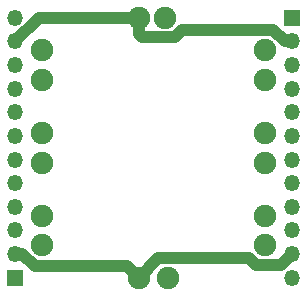
<source format=gbr>
G04 #@! TF.GenerationSoftware,KiCad,Pcbnew,5.1.5-rc1*
G04 #@! TF.CreationDate,2019-11-07T20:29:01+00:00*
G04 #@! TF.ProjectId,substrate_adapter,73756273-7472-4617-9465-5f6164617074,rev?*
G04 #@! TF.SameCoordinates,Original*
G04 #@! TF.FileFunction,Copper,L2,Bot*
G04 #@! TF.FilePolarity,Positive*
%FSLAX46Y46*%
G04 Gerber Fmt 4.6, Leading zero omitted, Abs format (unit mm)*
G04 Created by KiCad (PCBNEW 5.1.5-rc1) date 2019-11-07 20:29:01*
%MOMM*%
%LPD*%
G04 APERTURE LIST*
%ADD10C,1.900000*%
%ADD11O,1.350000X1.350000*%
%ADD12R,1.350000X1.350000*%
%ADD13C,1.000000*%
G04 APERTURE END LIST*
D10*
X-9450000Y8250000D03*
X-9450000Y1250000D03*
X-9450000Y-5750000D03*
X9450000Y8250000D03*
X9450000Y1250000D03*
X9450000Y-5750000D03*
D11*
X-11700000Y11000000D03*
X-11700000Y9000000D03*
X-11700000Y7000000D03*
X-11700000Y5000000D03*
X-11700000Y3000000D03*
X-11700000Y1000000D03*
X-11700000Y-1000000D03*
X-11700000Y-3000000D03*
X-11700000Y-5000000D03*
X-11700000Y-7000000D03*
X-11700000Y-9000000D03*
D12*
X-11700000Y-11000000D03*
D10*
X-1250000Y11000000D03*
X1250000Y-11000000D03*
D11*
X11700000Y-11000000D03*
X11700000Y-9000000D03*
X11700000Y-7000000D03*
X11700000Y-5000000D03*
X11700000Y-3000000D03*
X11700000Y-1000000D03*
X11700000Y1000000D03*
X11700000Y3000000D03*
X11700000Y5000000D03*
X11700000Y7000000D03*
X11700000Y9000000D03*
D12*
X11700000Y11000000D03*
D10*
X-9450000Y5750000D03*
X-9450000Y-1250000D03*
X-9450000Y-8250000D03*
X-1250000Y-11000000D03*
X1000000Y11000000D03*
X9450000Y5750000D03*
X9450000Y-1250000D03*
X9450000Y-8250000D03*
D13*
X11025001Y-9674999D02*
X11700000Y-9000000D01*
X10799999Y-9900001D02*
X11025001Y-9674999D01*
X8657999Y-9900001D02*
X10799999Y-9900001D01*
X8107997Y-9349999D02*
X8657999Y-9900001D01*
X400001Y-9349999D02*
X8107997Y-9349999D01*
X-1250000Y-11000000D02*
X400001Y-9349999D01*
X-11089998Y-9000000D02*
X-11700000Y-9000000D01*
X-10039997Y-10050001D02*
X-11089998Y-9000000D01*
X-2199999Y-10050001D02*
X-10039997Y-10050001D01*
X-1250000Y-11000000D02*
X-2199999Y-10050001D01*
X-9700000Y11000000D02*
X-1250000Y11000000D01*
X-11700000Y9000000D02*
X-9700000Y11000000D01*
X-943501Y9349999D02*
X-1250000Y9656498D01*
X1792001Y9349999D02*
X-943501Y9349999D01*
X2442002Y10000000D02*
X1792001Y9349999D01*
X-1250000Y9656498D02*
X-1250000Y11000000D01*
X10100001Y10000000D02*
X2442002Y10000000D01*
X11100001Y9000000D02*
X10100001Y10000000D01*
X11700000Y9000000D02*
X11100001Y9000000D01*
M02*

</source>
